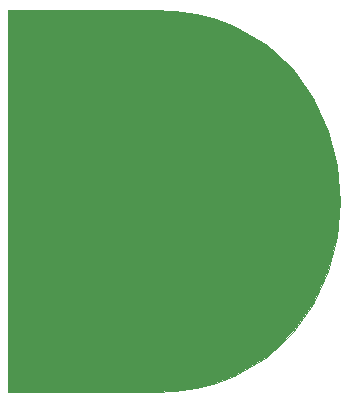
<source format=gbo>
G04 #@! TF.FileFunction,Legend,Bot*
%FSLAX46Y46*%
G04 Gerber Fmt 4.6, Leading zero omitted, Abs format (unit mm)*
G04 Created by KiCad (PCBNEW 4.0.0-rc2-stable) date 3/3/2016 3:43:09 PM*
%MOMM*%
G01*
G04 APERTURE LIST*
%ADD10C,0.150000*%
%ADD11C,0.025400*%
G04 APERTURE END LIST*
D10*
D11*
G36*
X65472029Y-18824315D02*
X67262028Y-19084673D01*
X68932461Y-19518407D01*
X70484962Y-20125611D01*
X73215696Y-21740687D01*
X75436824Y-23806053D01*
X77160812Y-26248634D01*
X78398857Y-28991616D01*
X79145270Y-31925160D01*
X79394497Y-34939754D01*
X79145270Y-37954351D01*
X78398857Y-40887893D01*
X77160813Y-43630923D01*
X75436825Y-46072356D01*
X73215696Y-48137753D01*
X70484962Y-49752838D01*
X68932461Y-50360023D01*
X67262028Y-50793768D01*
X65472030Y-51054084D01*
X63562749Y-51140876D01*
X51347474Y-51140860D01*
X51347474Y-18737554D01*
X63562749Y-18737554D01*
X65472029Y-18824315D01*
X65472029Y-18824315D01*
G37*
X65472029Y-18824315D02*
X67262028Y-19084673D01*
X68932461Y-19518407D01*
X70484962Y-20125611D01*
X73215696Y-21740687D01*
X75436824Y-23806053D01*
X77160812Y-26248634D01*
X78398857Y-28991616D01*
X79145270Y-31925160D01*
X79394497Y-34939754D01*
X79145270Y-37954351D01*
X78398857Y-40887893D01*
X77160813Y-43630923D01*
X75436825Y-46072356D01*
X73215696Y-48137753D01*
X70484962Y-49752838D01*
X68932461Y-50360023D01*
X67262028Y-50793768D01*
X65472030Y-51054084D01*
X63562749Y-51140876D01*
X51347474Y-51140860D01*
X51347474Y-18737554D01*
X63562749Y-18737554D01*
X65472029Y-18824315D01*
M02*

</source>
